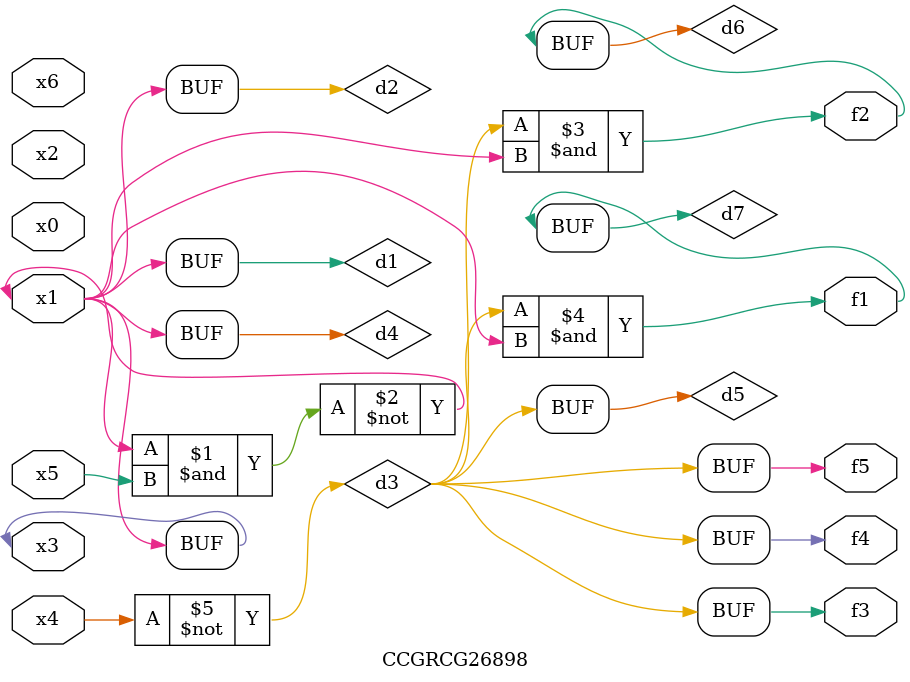
<source format=v>
module CCGRCG26898(
	input x0, x1, x2, x3, x4, x5, x6,
	output f1, f2, f3, f4, f5
);

	wire d1, d2, d3, d4, d5, d6, d7;

	buf (d1, x1, x3);
	nand (d2, x1, x5);
	not (d3, x4);
	buf (d4, d1, d2);
	buf (d5, d3);
	and (d6, d3, d4);
	and (d7, d3, d4);
	assign f1 = d7;
	assign f2 = d6;
	assign f3 = d5;
	assign f4 = d5;
	assign f5 = d5;
endmodule

</source>
